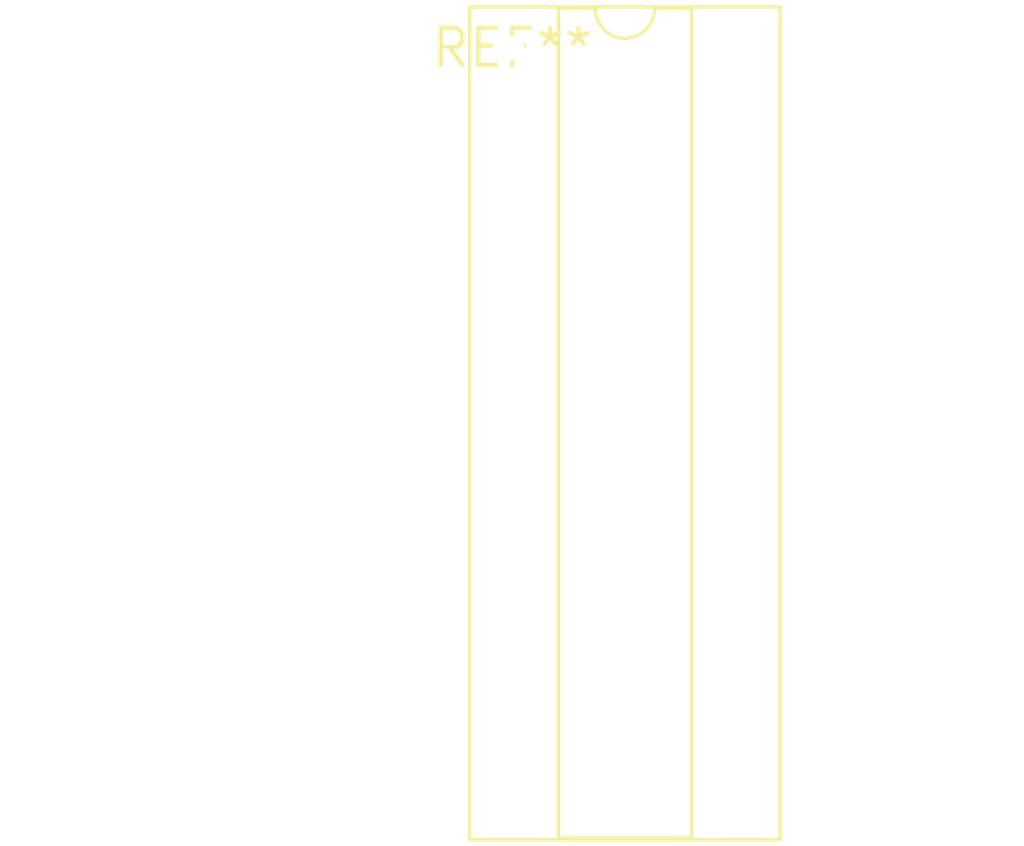
<source format=kicad_pcb>
(kicad_pcb (version 20240108) (generator pcbnew)
  (layers (0 "F.Cu" signal) (31 "B.Cu" signal) (34 "B.Paste" user) (35 "F.Paste" user) (36 "B.SilkS" user "B.Silkscreen") (37 "F.SilkS" user "F.Silkscreen") (38 "B.Mask" user) (39 "F.Mask" user) (44 "Edge.Cuts" user))
  (net 0 "")
  (footprint "DIP-22_W7.62mm_Socket_LongPads" (layer "F.Cu") (at 0 0)
    (property "Reference" "REF**")
    (property "Value" "DIP-22_W7.62mm_Socket_LongPads")
    (fp_line (start -1.44 -1.39) (end -1.44 26.79) (layer "F.SilkS") (stroke (width 0.12)))
    (fp_line (start -1.44 26.79) (end 9.06 26.79) (layer "F.SilkS") (stroke (width 0.12)))
    (fp_line (start 1.56 -1.33) (end 1.56 26.73) (layer "F.SilkS") (stroke (width 0.12)))
    (fp_line (start 1.56 26.73) (end 6.06 26.73) (layer "F.SilkS") (stroke (width 0.12)))
    (fp_line (start 2.81 -1.33) (end 1.56 -1.33) (layer "F.SilkS") (stroke (width 0.12)))
    (fp_line (start 6.06 -1.33) (end 4.81 -1.33) (layer "F.SilkS") (stroke (width 0.12)))
    (fp_line (start 6.06 26.73) (end 6.06 -1.33) (layer "F.SilkS") (stroke (width 0.12)))
    (fp_line (start 9.06 -1.39) (end -1.44 -1.39) (layer "F.SilkS") (stroke (width 0.12)))
    (fp_line (start 9.06 26.79) (end 9.06 -1.39) (layer "F.SilkS") (stroke (width 0.12)))
    (fp_arc (start 4.81 -1.33) (mid 3.81 -0.33) (end 2.81 -1.33) (layer "F.SilkS") (stroke (width 0.12)))
    (pad "1" thru_hole rect (at 0 0) (size 2.4 1.6) (drill 0.8) (layers *.Cu *.Mask) (remove_unused_layers))
    (pad "2" thru_hole oval (at 0 2.54) (size 2.4 1.6) (drill 0.8) (layers *.Cu *.Mask) (remove_unused_layers))
    (pad "3" thru_hole oval (at 0 5.08) (size 2.4 1.6) (drill 0.8) (layers *.Cu *.Mask) (remove_unused_layers))
    (pad "4" thru_hole oval (at 0 7.62) (size 2.4 1.6) (drill 0.8) (layers *.Cu *.Mask) (remove_unused_layers))
    (pad "5" thru_hole oval (at 0 10.16) (size 2.4 1.6) (drill 0.8) (layers *.Cu *.Mask) (remove_unused_layers))
    (pad "6" thru_hole oval (at 0 12.7) (size 2.4 1.6) (drill 0.8) (layers *.Cu *.Mask) (remove_unused_layers))
    (pad "7" thru_hole oval (at 0 15.24) (size 2.4 1.6) (drill 0.8) (layers *.Cu *.Mask) (remove_unused_layers))
    (pad "8" thru_hole oval (at 0 17.78) (size 2.4 1.6) (drill 0.8) (layers *.Cu *.Mask) (remove_unused_layers))
    (pad "9" thru_hole oval (at 0 20.32) (size 2.4 1.6) (drill 0.8) (layers *.Cu *.Mask) (remove_unused_layers))
    (pad "10" thru_hole oval (at 0 22.86) (size 2.4 1.6) (drill 0.8) (layers *.Cu *.Mask) (remove_unused_layers))
    (pad "11" thru_hole oval (at 0 25.4) (size 2.4 1.6) (drill 0.8) (layers *.Cu *.Mask) (remove_unused_layers))
    (pad "12" thru_hole oval (at 7.62 25.4) (size 2.4 1.6) (drill 0.8) (layers *.Cu *.Mask) (remove_unused_layers))
    (pad "13" thru_hole oval (at 7.62 22.86) (size 2.4 1.6) (drill 0.8) (layers *.Cu *.Mask) (remove_unused_layers))
    (pad "14" thru_hole oval (at 7.62 20.32) (size 2.4 1.6) (drill 0.8) (layers *.Cu *.Mask) (remove_unused_layers))
    (pad "15" thru_hole oval (at 7.62 17.78) (size 2.4 1.6) (drill 0.8) (layers *.Cu *.Mask) (remove_unused_layers))
    (pad "16" thru_hole oval (at 7.62 15.24) (size 2.4 1.6) (drill 0.8) (layers *.Cu *.Mask) (remove_unused_layers))
    (pad "17" thru_hole oval (at 7.62 12.7) (size 2.4 1.6) (drill 0.8) (layers *.Cu *.Mask) (remove_unused_layers))
    (pad "18" thru_hole oval (at 7.62 10.16) (size 2.4 1.6) (drill 0.8) (layers *.Cu *.Mask) (remove_unused_layers))
    (pad "19" thru_hole oval (at 7.62 7.62) (size 2.4 1.6) (drill 0.8) (layers *.Cu *.Mask) (remove_unused_layers))
    (pad "20" thru_hole oval (at 7.62 5.08) (size 2.4 1.6) (drill 0.8) (layers *.Cu *.Mask) (remove_unused_layers))
    (pad "21" thru_hole oval (at 7.62 2.54) (size 2.4 1.6) (drill 0.8) (layers *.Cu *.Mask) (remove_unused_layers))
    (pad "22" thru_hole oval (at 7.62 0) (size 2.4 1.6) (drill 0.8) (layers *.Cu *.Mask) (remove_unused_layers))
  )
)
</source>
